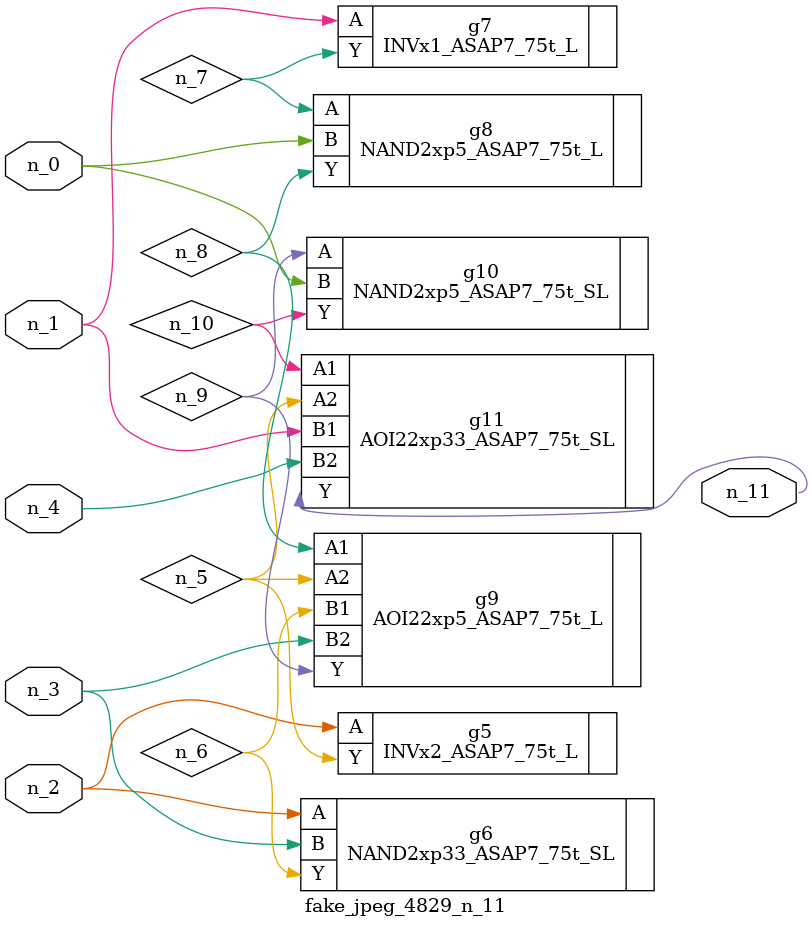
<source format=v>
module fake_jpeg_4829_n_11 (n_3, n_2, n_1, n_0, n_4, n_11);

input n_3;
input n_2;
input n_1;
input n_0;
input n_4;

output n_11;

wire n_10;
wire n_8;
wire n_9;
wire n_6;
wire n_5;
wire n_7;

INVx2_ASAP7_75t_L g5 ( 
.A(n_2),
.Y(n_5)
);

NAND2xp33_ASAP7_75t_SL g6 ( 
.A(n_2),
.B(n_3),
.Y(n_6)
);

INVx1_ASAP7_75t_L g7 ( 
.A(n_1),
.Y(n_7)
);

NAND2xp5_ASAP7_75t_L g8 ( 
.A(n_7),
.B(n_0),
.Y(n_8)
);

AOI22xp5_ASAP7_75t_L g9 ( 
.A1(n_8),
.A2(n_5),
.B1(n_6),
.B2(n_3),
.Y(n_9)
);

NAND2xp5_ASAP7_75t_SL g10 ( 
.A(n_9),
.B(n_0),
.Y(n_10)
);

AOI22xp33_ASAP7_75t_SL g11 ( 
.A1(n_10),
.A2(n_5),
.B1(n_1),
.B2(n_4),
.Y(n_11)
);


endmodule
</source>
